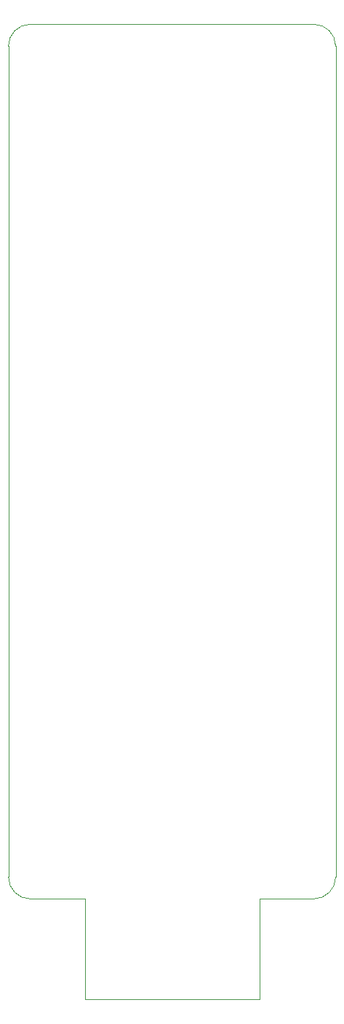
<source format=gbr>
G04 #@! TF.GenerationSoftware,KiCad,Pcbnew,(5.1.10)-1*
G04 #@! TF.CreationDate,2021-07-18T07:49:12+02:00*
G04 #@! TF.ProjectId,YuSynth Improved Steiner VCF Control,59755379-6e74-4682-9049-6d70726f7665,rev?*
G04 #@! TF.SameCoordinates,Original*
G04 #@! TF.FileFunction,Profile,NP*
%FSLAX46Y46*%
G04 Gerber Fmt 4.6, Leading zero omitted, Abs format (unit mm)*
G04 Created by KiCad (PCBNEW (5.1.10)-1) date 2021-07-18 07:49:12*
%MOMM*%
%LPD*%
G01*
G04 APERTURE LIST*
G04 #@! TA.AperFunction,Profile*
%ADD10C,0.050000*%
G04 #@! TD*
G04 APERTURE END LIST*
D10*
X38100000Y-99060000D02*
G75*
G02*
X35560000Y-101600000I-2540000J0D01*
G01*
X35560000Y0D02*
G75*
G02*
X38100000Y-2540000I0J-2540000D01*
G01*
X0Y-2540000D02*
G75*
G02*
X2540000Y0I2540000J0D01*
G01*
X2540000Y-101600000D02*
G75*
G02*
X0Y-99060000I0J2540000D01*
G01*
X0Y-99060000D02*
X0Y-2540000D01*
X8890000Y-101600000D02*
X2540000Y-101600000D01*
X8890000Y-102100000D02*
X8890000Y-101600000D01*
X29210000Y-101600000D02*
X29210000Y-102100000D01*
X35560000Y-101600000D02*
X29210000Y-101600000D01*
X38100000Y-2540000D02*
X38100000Y-99060000D01*
X2540000Y0D02*
X35560000Y0D01*
X29210000Y-113280000D02*
X29210000Y-102100000D01*
X8890000Y-113280000D02*
X29210000Y-113280000D01*
X8890000Y-102100000D02*
X8890000Y-113280000D01*
M02*

</source>
